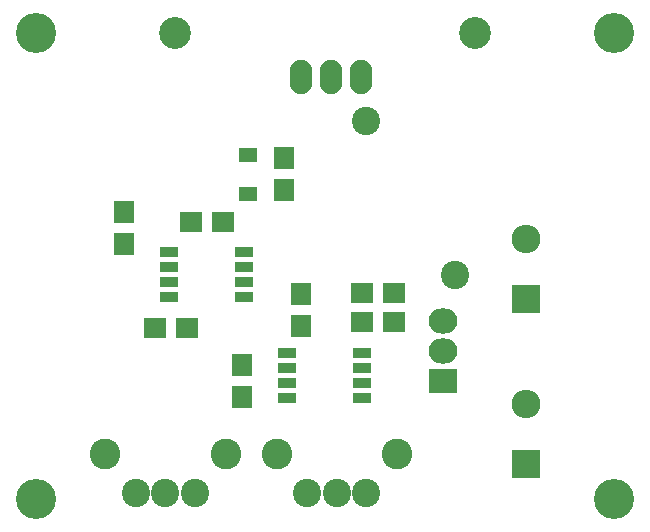
<source format=gts>
G04 #@! TF.FileFunction,Soldermask,Top*
%FSLAX46Y46*%
G04 Gerber Fmt 4.6, Leading zero omitted, Abs format (unit mm)*
G04 Created by KiCad (PCBNEW 4.0.2+e4-6225~38~ubuntu14.04.1-stable) date Thu 16 Jun 2016 08:22:09 PM ADT*
%MOMM*%
G01*
G04 APERTURE LIST*
%ADD10C,0.100000*%
%ADD11C,2.700000*%
%ADD12C,3.400000*%
%ADD13R,1.620000X1.310000*%
%ADD14O,1.901140X2.899360*%
%ADD15R,1.700000X1.900000*%
%ADD16R,1.900000X1.700000*%
%ADD17R,1.543000X0.908000*%
%ADD18R,2.432000X2.432000*%
%ADD19O,2.432000X2.432000*%
%ADD20R,2.432000X2.127200*%
%ADD21O,2.432000X2.127200*%
%ADD22C,2.600000*%
%ADD23C,2.400000*%
%ADD24C,2.398980*%
G04 APERTURE END LIST*
D10*
D11*
X135300000Y-76000000D03*
X160700000Y-76000000D03*
D12*
X172500000Y-76000000D03*
X123500000Y-115500000D03*
X172500000Y-115500000D03*
D13*
X141500000Y-89635000D03*
X141500000Y-86365000D03*
D14*
X148500000Y-79750000D03*
X145960000Y-79750000D03*
X151040000Y-79750000D03*
D15*
X146000000Y-100850000D03*
X146000000Y-98150000D03*
X144500000Y-86650000D03*
X144500000Y-89350000D03*
D16*
X139350000Y-92000000D03*
X136650000Y-92000000D03*
X136350000Y-101000000D03*
X133650000Y-101000000D03*
D15*
X131000000Y-93850000D03*
X131000000Y-91150000D03*
X141000000Y-106850000D03*
X141000000Y-104150000D03*
D16*
X151150000Y-98000000D03*
X153850000Y-98000000D03*
X151150000Y-100500000D03*
X153850000Y-100500000D03*
D17*
X141175000Y-94595000D03*
X141175000Y-95865000D03*
X141175000Y-97135000D03*
X141175000Y-98405000D03*
X134825000Y-98405000D03*
X134825000Y-97135000D03*
X134825000Y-95865000D03*
X134825000Y-94595000D03*
X151175000Y-103095000D03*
X151175000Y-104365000D03*
X151175000Y-105635000D03*
X151175000Y-106905000D03*
X144825000Y-106905000D03*
X144825000Y-105635000D03*
X144825000Y-104365000D03*
X144825000Y-103095000D03*
D18*
X165000000Y-112540000D03*
D19*
X165000000Y-107460000D03*
D20*
X158000000Y-105500000D03*
D21*
X158000000Y-102960000D03*
X158000000Y-100420000D03*
D18*
X165000000Y-98540000D03*
D19*
X165000000Y-93460000D03*
D12*
X123500000Y-76000000D03*
D22*
X129400000Y-111700000D03*
D23*
X132000000Y-115000000D03*
X134500000Y-115000000D03*
X137000000Y-115000000D03*
D22*
X139600000Y-111700000D03*
X143900000Y-111700000D03*
D23*
X146500000Y-115000000D03*
X149000000Y-115000000D03*
X151500000Y-115000000D03*
D22*
X154100000Y-111700000D03*
D24*
X151500000Y-83500000D03*
X159000000Y-96490381D03*
M02*

</source>
